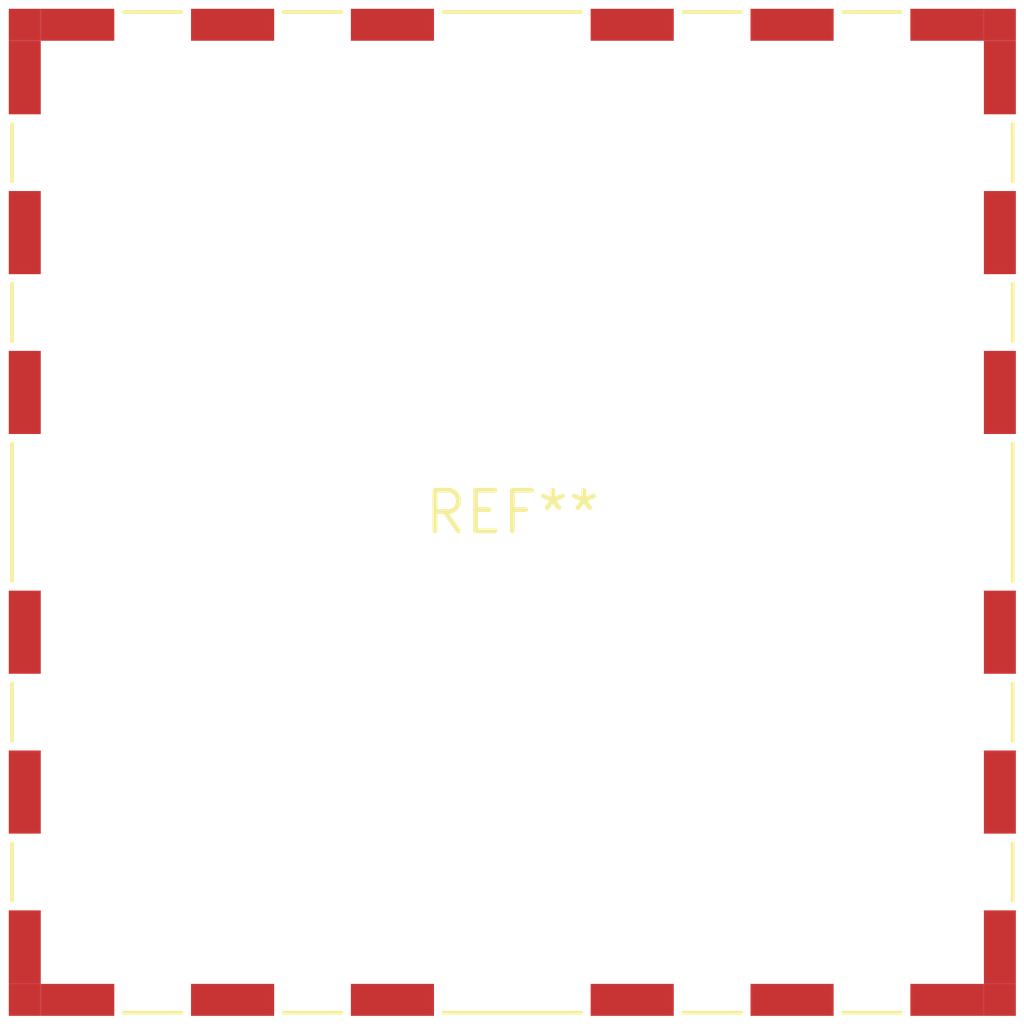
<source format=kicad_pcb>
(kicad_pcb (version 20240108) (generator pcbnew)
  (layers (0 "F.Cu" signal) (31 "B.Cu" signal) (34 "B.Paste" user) (35 "F.Paste" user) (36 "B.SilkS" user "B.Silkscreen") (37 "F.SilkS" user "F.Silkscreen") (38 "B.Mask" user) (39 "F.Mask" user) (44 "Edge.Cuts" user))
  (net 0 "")
  (footprint "Wuerth_36103305_30x30mm" (layer "F.Cu") (at 0 0)
    (property "Reference" "REF**")
    (property "Value" "Wuerth_36103305_30x30mm")
    (fp_line (start -15.65 -12.15) (end -15.65 -10.35) (layer "F.SilkS") (stroke (width 0.12)))
    (fp_line (start -15.65 -7.15) (end -15.65 -5.35) (layer "F.SilkS") (stroke (width 0.12)))
    (fp_line (start -15.65 -2.15) (end -15.65 2.15) (layer "F.SilkS") (stroke (width 0.12)))
    (fp_line (start -15.65 5.35) (end -15.65 7.15) (layer "F.SilkS") (stroke (width 0.12)))
    (fp_line (start -15.65 10.35) (end -15.65 12.15) (layer "F.SilkS") (stroke (width 0.12)))
    (fp_line (start -12.15 -15.65) (end -10.35 -15.65) (layer "F.SilkS") (stroke (width 0.12)))
    (fp_line (start -12.15 15.65) (end -10.35 15.65) (layer "F.SilkS") (stroke (width 0.12)))
    (fp_line (start -7.15 -15.65) (end -5.35 -15.65) (layer "F.SilkS") (stroke (width 0.12)))
    (fp_line (start -7.15 15.65) (end -5.35 15.65) (layer "F.SilkS") (stroke (width 0.12)))
    (fp_line (start -2.15 -15.65) (end 2.15 -15.65) (layer "F.SilkS") (stroke (width 0.12)))
    (fp_line (start -2.15 15.65) (end 2.15 15.65) (layer "F.SilkS") (stroke (width 0.12)))
    (fp_line (start 5.35 -15.65) (end 7.15 -15.65) (layer "F.SilkS") (stroke (width 0.12)))
    (fp_line (start 5.35 15.65) (end 7.15 15.65) (layer "F.SilkS") (stroke (width 0.12)))
    (fp_line (start 10.35 -15.65) (end 12.15 -15.65) (layer "F.SilkS") (stroke (width 0.12)))
    (fp_line (start 10.35 15.65) (end 12.15 15.65) (layer "F.SilkS") (stroke (width 0.12)))
    (fp_line (start 15.65 -12.15) (end 15.65 -10.35) (layer "F.SilkS") (stroke (width 0.12)))
    (fp_line (start 15.65 -7.15) (end 15.65 -5.35) (layer "F.SilkS") (stroke (width 0.12)))
    (fp_line (start 15.65 -2.15) (end 15.65 2.15) (layer "F.SilkS") (stroke (width 0.12)))
    (fp_line (start 15.65 5.35) (end 15.65 7.15) (layer "F.SilkS") (stroke (width 0.12)))
    (fp_line (start 15.65 10.35) (end 15.65 12.15) (layer "F.SilkS") (stroke (width 0.12)))
    (pad "1" smd rect (at -15.25 -15.25) (size 1 1) (layers "F.Cu" "F.Paste" "F.Mask"))
    (pad "1" smd rect (at -15.25 -13.6) (size 1 2.3) (layers "F.Cu" "F.Paste" "F.Mask"))
    (pad "1" smd rect (at -15.25 -8.75) (size 1 2.6) (layers "F.Cu" "F.Paste" "F.Mask"))
    (pad "1" smd rect (at -15.25 -3.75) (size 1 2.6) (layers "F.Cu" "F.Paste" "F.Mask"))
    (pad "1" smd rect (at -15.25 3.75) (size 1 2.6) (layers "F.Cu" "F.Paste" "F.Mask"))
    (pad "1" smd rect (at -15.25 8.75) (size 1 2.6) (layers "F.Cu" "F.Paste" "F.Mask"))
    (pad "1" smd rect (at -15.25 13.6) (size 1 2.3) (layers "F.Cu" "F.Paste" "F.Mask"))
    (pad "1" smd rect (at -15.25 15.25) (size 1 1) (layers "F.Cu" "F.Paste" "F.Mask"))
    (pad "1" smd rect (at -13.6 -15.25) (size 2.3 1) (layers "F.Cu" "F.Paste" "F.Mask"))
    (pad "1" smd rect (at -13.6 15.25) (size 2.3 1) (layers "F.Cu" "F.Paste" "F.Mask"))
    (pad "1" smd rect (at -8.75 -15.25) (size 2.6 1) (layers "F.Cu" "F.Paste" "F.Mask"))
    (pad "1" smd rect (at -8.75 15.25) (size 2.6 1) (layers "F.Cu" "F.Paste" "F.Mask"))
    (pad "1" smd rect (at -3.75 -15.25) (size 2.6 1) (layers "F.Cu" "F.Paste" "F.Mask"))
    (pad "1" smd rect (at -3.75 15.25) (size 2.6 1) (layers "F.Cu" "F.Paste" "F.Mask"))
    (pad "1" smd rect (at 3.75 -15.25) (size 2.6 1) (layers "F.Cu" "F.Paste" "F.Mask"))
    (pad "1" smd rect (at 3.75 15.25) (size 2.6 1) (layers "F.Cu" "F.Paste" "F.Mask"))
    (pad "1" smd rect (at 8.75 -15.25) (size 2.6 1) (layers "F.Cu" "F.Paste" "F.Mask"))
    (pad "1" smd rect (at 8.75 15.25) (size 2.6 1) (layers "F.Cu" "F.Paste" "F.Mask"))
    (pad "1" smd rect (at 13.6 -15.25) (size 2.3 1) (layers "F.Cu" "F.Paste" "F.Mask"))
    (pad "1" smd rect (at 13.6 15.25) (size 2.3 1) (layers "F.Cu" "F.Paste" "F.Mask"))
    (pad "1" smd rect (at 15.25 -15.25) (size 1 1) (layers "F.Cu" "F.Paste" "F.Mask"))
    (pad "1" smd rect (at 15.25 -13.6) (size 1 2.3) (layers "F.Cu" "F.Paste" "F.Mask"))
    (pad "1" smd rect (at 15.25 -8.75) (size 1 2.6) (layers "F.Cu" "F.Paste" "F.Mask"))
    (pad "1" smd rect (at 15.25 -3.75) (size 1 2.6) (layers "F.Cu" "F.Paste" "F.Mask"))
    (pad "1" smd rect (at 15.25 3.75) (size 1 2.6) (layers "F.Cu" "F.Paste" "F.Mask"))
    (pad "1" smd rect (at 15.25 8.75) (size 1 2.6) (layers "F.Cu" "F.Paste" "F.Mask"))
    (pad "1" smd rect (at 15.25 13.6) (size 1 2.3) (layers "F.Cu" "F.Paste" "F.Mask"))
    (pad "1" smd rect (at 15.25 15.25) (size 1 1) (layers "F.Cu" "F.Paste" "F.Mask"))
  )
)
</source>
